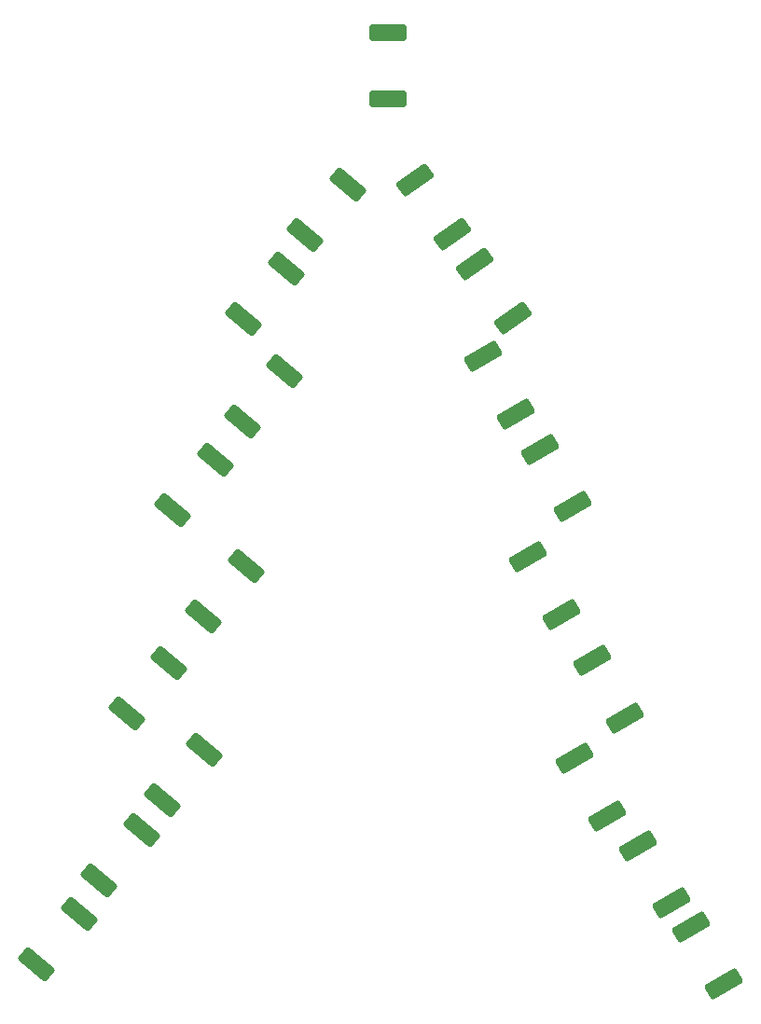
<source format=gbr>
%TF.GenerationSoftware,KiCad,Pcbnew,8.0.5*%
%TF.CreationDate,2024-11-21T02:05:10-08:00*%
%TF.ProjectId,Base,42617365-2e6b-4696-9361-645f70636258,rev?*%
%TF.SameCoordinates,Original*%
%TF.FileFunction,Paste,Top*%
%TF.FilePolarity,Positive*%
%FSLAX46Y46*%
G04 Gerber Fmt 4.6, Leading zero omitted, Abs format (unit mm)*
G04 Created by KiCad (PCBNEW 8.0.5) date 2024-11-21 02:05:10*
%MOMM*%
%LPD*%
G01*
G04 APERTURE LIST*
G04 Aperture macros list*
%AMRoundRect*
0 Rectangle with rounded corners*
0 $1 Rounding radius*
0 $2 $3 $4 $5 $6 $7 $8 $9 X,Y pos of 4 corners*
0 Add a 4 corners polygon primitive as box body*
4,1,4,$2,$3,$4,$5,$6,$7,$8,$9,$2,$3,0*
0 Add four circle primitives for the rounded corners*
1,1,$1+$1,$2,$3*
1,1,$1+$1,$4,$5*
1,1,$1+$1,$6,$7*
1,1,$1+$1,$8,$9*
0 Add four rect primitives between the rounded corners*
20,1,$1+$1,$2,$3,$4,$5,0*
20,1,$1+$1,$4,$5,$6,$7,0*
20,1,$1+$1,$6,$7,$8,$9,0*
20,1,$1+$1,$8,$9,$2,$3,0*%
G04 Aperture macros list end*
%ADD10RoundRect,0.249999X0.762185X-1.308572X1.421043X-0.523374X-0.762185X1.308572X-1.421043X0.523374X0*%
%ADD11RoundRect,0.249999X1.490338X0.268662X0.977837X1.156339X-1.490338X-0.268662X-0.977837X-1.156339X0*%
%ADD12RoundRect,0.249999X1.461251X0.397531X0.873334X1.237163X-1.461251X-0.397531X-0.873334X-1.237163X0*%
%ADD13RoundRect,0.249999X1.425001X-0.512501X1.425001X0.512501X-1.425001X0.512501X-1.425001X-0.512501X0*%
G04 APERTURE END LIST*
D10*
%TO.C,D21*%
X109379672Y-129488558D03*
X113220328Y-124911442D03*
%TD*%
%TO.C,D20*%
X115059344Y-121877116D03*
X118900000Y-117300000D03*
%TD*%
%TO.C,D19*%
X120779672Y-114588558D03*
X124620328Y-110011442D03*
%TD*%
%TO.C,D18*%
X117559344Y-106677116D03*
X121400000Y-102100000D03*
%TD*%
%TO.C,D17*%
X124559344Y-97877116D03*
X128400000Y-93300000D03*
%TD*%
%TO.C,D16*%
X121759344Y-88277116D03*
X125600000Y-83700000D03*
%TD*%
%TO.C,D15*%
X128059344Y-80177116D03*
X131900000Y-75600000D03*
%TD*%
%TO.C,D14*%
X128179672Y-70888558D03*
X132020328Y-66311442D03*
%TD*%
%TO.C,D13*%
X133779672Y-63288557D03*
X137620328Y-58711443D03*
%TD*%
D11*
%TO.C,D12*%
X168800000Y-126100000D03*
X171787500Y-131274502D03*
%TD*%
%TO.C,D11*%
X164000000Y-118700000D03*
X166987500Y-123874502D03*
%TD*%
%TO.C,D10*%
X158200000Y-110800000D03*
X161187500Y-115974502D03*
%TD*%
%TO.C,D9*%
X162793750Y-107087251D03*
X159806250Y-101912749D03*
%TD*%
%TO.C,D8*%
X156993750Y-97687251D03*
X154006250Y-92512749D03*
%TD*%
%TO.C,D7*%
X158087500Y-87874502D03*
X155100000Y-82700000D03*
%TD*%
%TO.C,D6*%
X152893750Y-79487251D03*
X149906250Y-74312749D03*
%TD*%
D12*
%TO.C,D5*%
X152627120Y-70794434D03*
X149200000Y-65900000D03*
%TD*%
%TO.C,D4*%
X147127120Y-63194434D03*
X143700000Y-58300000D03*
%TD*%
D13*
%TO.C,D3*%
X141300000Y-50887500D03*
X141300000Y-44912500D03*
%TD*%
M02*

</source>
